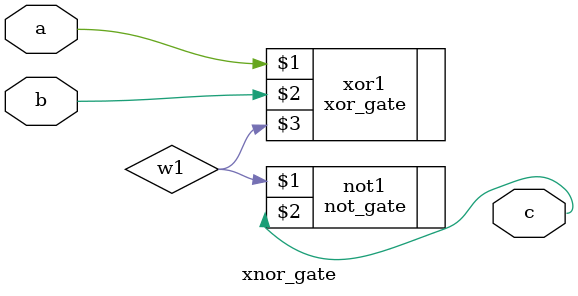
<source format=v>
module xnor_gate(a,b,c);
	input a,b;
	output c;
	wire w1;
	xor_gate xor1(a,b,w1);
	not_gate not1(w1,c);
endmodule

</source>
